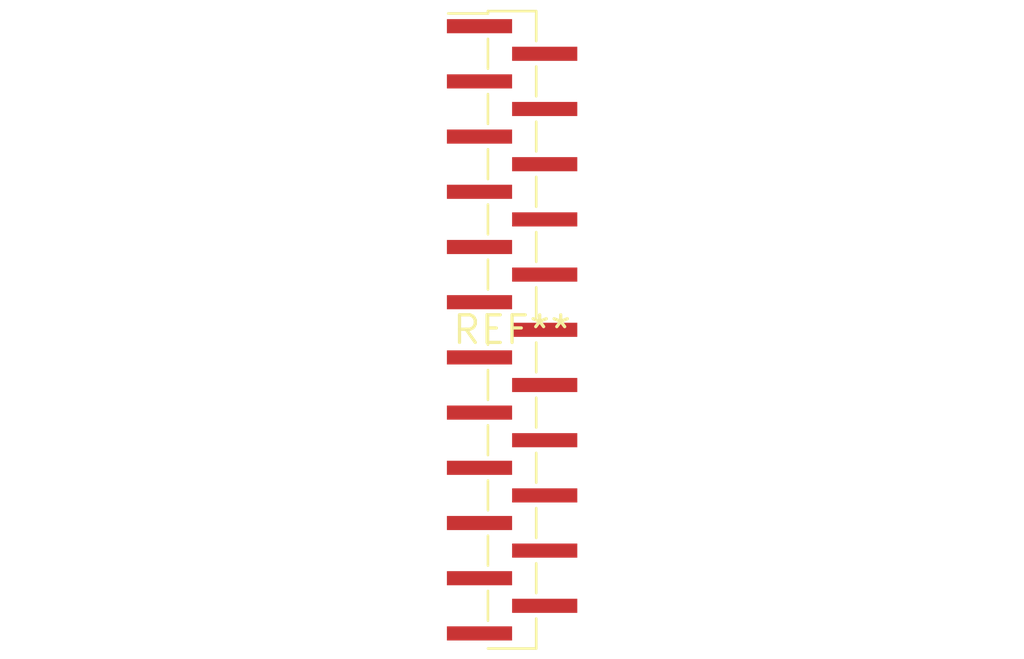
<source format=kicad_pcb>
(kicad_pcb (version 20240108) (generator pcbnew)
  (layers (0 "F.Cu" signal) (31 "B.Cu" signal) (34 "B.Paste" user) (35 "F.Paste" user) (36 "B.SilkS" user "B.Silkscreen") (37 "F.SilkS" user "F.Silkscreen") (38 "B.Mask" user) (39 "F.Mask" user) (44 "Edge.Cuts" user))
  (net 0 "")
  (footprint "PinHeader_1x23_P1.27mm_Vertical_SMD_Pin1Left" (layer "F.Cu") (at 0 0)
    (property "Reference" "REF**")
    (property "Value" "PinHeader_1x23_P1.27mm_Vertical_SMD_Pin1Left")
    (fp_line (start -1.11 -14.665) (end -1.11 -14.555) (layer "F.SilkS") (stroke (width 0.12)))
    (fp_line (start -1.11 -14.665) (end 1.11 -14.665) (layer "F.SilkS") (stroke (width 0.12)))
    (fp_line (start -1.11 -14.555) (end -2.94 -14.555) (layer "F.SilkS") (stroke (width 0.12)))
    (fp_line (start -1.11 -13.385) (end -1.11 -12.015) (layer "F.SilkS") (stroke (width 0.12)))
    (fp_line (start -1.11 -10.845) (end -1.11 -9.475) (layer "F.SilkS") (stroke (width 0.12)))
    (fp_line (start -1.11 -8.305) (end -1.11 -6.935) (layer "F.SilkS") (stroke (width 0.12)))
    (fp_line (start -1.11 -5.765) (end -1.11 -4.395) (layer "F.SilkS") (stroke (width 0.12)))
    (fp_line (start -1.11 -3.225) (end -1.11 -1.855) (layer "F.SilkS") (stroke (width 0.12)))
    (fp_line (start -1.11 -0.685) (end -1.11 0.685) (layer "F.SilkS") (stroke (width 0.12)))
    (fp_line (start -1.11 1.855) (end -1.11 3.225) (layer "F.SilkS") (stroke (width 0.12)))
    (fp_line (start -1.11 4.395) (end -1.11 5.765) (layer "F.SilkS") (stroke (width 0.12)))
    (fp_line (start -1.11 6.935) (end -1.11 8.305) (layer "F.SilkS") (stroke (width 0.12)))
    (fp_line (start -1.11 9.475) (end -1.11 10.845) (layer "F.SilkS") (stroke (width 0.12)))
    (fp_line (start -1.11 12.015) (end -1.11 13.385) (layer "F.SilkS") (stroke (width 0.12)))
    (fp_line (start -1.11 14.665) (end 1.11 14.665) (layer "F.SilkS") (stroke (width 0.12)))
    (fp_line (start 1.11 -14.655) (end 1.11 -13.285) (layer "F.SilkS") (stroke (width 0.12)))
    (fp_line (start 1.11 -12.115) (end 1.11 -10.745) (layer "F.SilkS") (stroke (width 0.12)))
    (fp_line (start 1.11 -9.575) (end 1.11 -8.205) (layer "F.SilkS") (stroke (width 0.12)))
    (fp_line (start 1.11 -7.035) (end 1.11 -5.665) (layer "F.SilkS") (stroke (width 0.12)))
    (fp_line (start 1.11 -4.495) (end 1.11 -3.125) (layer "F.SilkS") (stroke (width 0.12)))
    (fp_line (start 1.11 -1.955) (end 1.11 -0.585) (layer "F.SilkS") (stroke (width 0.12)))
    (fp_line (start 1.11 0.585) (end 1.11 1.955) (layer "F.SilkS") (stroke (width 0.12)))
    (fp_line (start 1.11 3.125) (end 1.11 4.495) (layer "F.SilkS") (stroke (width 0.12)))
    (fp_line (start 1.11 5.665) (end 1.11 7.035) (layer "F.SilkS") (stroke (width 0.12)))
    (fp_line (start 1.11 8.205) (end 1.11 9.575) (layer "F.SilkS") (stroke (width 0.12)))
    (fp_line (start 1.11 10.745) (end 1.11 12.115) (layer "F.SilkS") (stroke (width 0.12)))
    (fp_line (start 1.11 13.285) (end 1.11 14.655) (layer "F.SilkS") (stroke (width 0.12)))
    (fp_line (start 1.11 14.555) (end 1.11 14.665) (layer "F.SilkS") (stroke (width 0.12)))
    (pad "1" smd rect (at -1.5 -13.97) (size 3 0.65) (layers "F.Cu" "F.Paste" "F.Mask"))
    (pad "2" smd rect (at 1.5 -12.7) (size 3 0.65) (layers "F.Cu" "F.Paste" "F.Mask"))
    (pad "3" smd rect (at -1.5 -11.43) (size 3 0.65) (layers "F.Cu" "F.Paste" "F.Mask"))
    (pad "4" smd rect (at 1.5 -10.16) (size 3 0.65) (layers "F.Cu" "F.Paste" "F.Mask"))
    (pad "5" smd rect (at -1.5 -8.89) (size 3 0.65) (layers "F.Cu" "F.Paste" "F.Mask"))
    (pad "6" smd rect (at 1.5 -7.62) (size 3 0.65) (layers "F.Cu" "F.Paste" "F.Mask"))
    (pad "7" smd rect (at -1.5 -6.35) (size 3 0.65) (layers "F.Cu" "F.Paste" "F.Mask"))
    (pad "8" smd rect (at 1.5 -5.08) (size 3 0.65) (layers "F.Cu" "F.Paste" "F.Mask"))
    (pad "9" smd rect (at -1.5 -3.81) (size 3 0.65) (layers "F.Cu" "F.Paste" "F.Mask"))
    (pad "10" smd rect (at 1.5 -2.54) (size 3 0.65) (layers "F.Cu" "F.Paste" "F.Mask"))
    (pad "11" smd rect (at -1.5 -1.27) (size 3 0.65) (layers "F.Cu" "F.Paste" "F.Mask"))
    (pad "12" smd rect (at 1.5 0) (size 3 0.65) (layers "F.Cu" "F.Paste" "F.Mask"))
    (pad "13" smd rect (at -1.5 1.27) (size 3 0.65) (layers "F.Cu" "F.Paste" "F.Mask"))
    (pad "14" smd rect (at 1.5 2.54) (size 3 0.65) (layers "F.Cu" "F.Paste" "F.Mask"))
    (pad "15" smd rect (at -1.5 3.81) (size 3 0.65) (layers "F.Cu" "F.Paste" "F.Mask"))
    (pad "16" smd rect (at 1.5 5.08) (size 3 0.65) (layers "F.Cu" "F.Paste" "F.Mask"))
    (pad "17" smd rect (at -1.5 6.35) (size 3 0.65) (layers "F.Cu" "F.Paste" "F.Mask"))
    (pad "18" smd rect (at 1.5 7.62) (size 3 0.65) (layers "F.Cu" "F.Paste" "F.Mask"))
    (pad "19" smd rect (at -1.5 8.89) (size 3 0.65) (layers "F.Cu" "F.Paste" "F.Mask"))
    (pad "20" smd rect (at 1.5 10.16) (size 3 0.65) (layers "F.Cu" "F.Paste" "F.Mask"))
    (pad "21" smd rect (at -1.5 11.43) (size 3 0.65) (layers "F.Cu" "F.Paste" "F.Mask"))
    (pad "22" smd rect (at 1.5 12.7) (size 3 0.65) (layers "F.Cu" "F.Paste" "F.Mask"))
    (pad "23" smd rect (at -1.5 13.97) (size 3 0.65) (layers "F.Cu" "F.Paste" "F.Mask"))
  )
)
</source>
